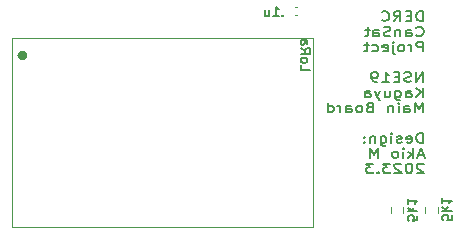
<source format=gbr>
%TF.GenerationSoftware,KiCad,Pcbnew,(6.0.4)*%
%TF.CreationDate,2023-03-27T11:43:34+09:00*%
%TF.ProjectId,kaguya-elec,6b616775-7961-42d6-956c-65632e6b6963,rev?*%
%TF.SameCoordinates,Original*%
%TF.FileFunction,Legend,Bot*%
%TF.FilePolarity,Positive*%
%FSLAX46Y46*%
G04 Gerber Fmt 4.6, Leading zero omitted, Abs format (unit mm)*
G04 Created by KiCad (PCBNEW (6.0.4)) date 2023-03-27 11:43:34*
%MOMM*%
%LPD*%
G01*
G04 APERTURE LIST*
%ADD10C,0.150000*%
%ADD11C,0.120000*%
%ADD12C,0.420555*%
G04 APERTURE END LIST*
D10*
X211664404Y-127071904D02*
X211664404Y-126271904D01*
X211426309Y-126271904D01*
X211283452Y-126310000D01*
X211188214Y-126386190D01*
X211140595Y-126462380D01*
X211092976Y-126614761D01*
X211092976Y-126729047D01*
X211140595Y-126881428D01*
X211188214Y-126957619D01*
X211283452Y-127033809D01*
X211426309Y-127071904D01*
X211664404Y-127071904D01*
X210664404Y-126652857D02*
X210331071Y-126652857D01*
X210188214Y-127071904D02*
X210664404Y-127071904D01*
X210664404Y-126271904D01*
X210188214Y-126271904D01*
X209188214Y-127071904D02*
X209521547Y-126690952D01*
X209759642Y-127071904D02*
X209759642Y-126271904D01*
X209378690Y-126271904D01*
X209283452Y-126310000D01*
X209235833Y-126348095D01*
X209188214Y-126424285D01*
X209188214Y-126538571D01*
X209235833Y-126614761D01*
X209283452Y-126652857D01*
X209378690Y-126690952D01*
X209759642Y-126690952D01*
X208188214Y-126995714D02*
X208235833Y-127033809D01*
X208378690Y-127071904D01*
X208473928Y-127071904D01*
X208616785Y-127033809D01*
X208712023Y-126957619D01*
X208759642Y-126881428D01*
X208807261Y-126729047D01*
X208807261Y-126614761D01*
X208759642Y-126462380D01*
X208712023Y-126386190D01*
X208616785Y-126310000D01*
X208473928Y-126271904D01*
X208378690Y-126271904D01*
X208235833Y-126310000D01*
X208188214Y-126348095D01*
X211092976Y-128283714D02*
X211140595Y-128321809D01*
X211283452Y-128359904D01*
X211378690Y-128359904D01*
X211521547Y-128321809D01*
X211616785Y-128245619D01*
X211664404Y-128169428D01*
X211712023Y-128017047D01*
X211712023Y-127902761D01*
X211664404Y-127750380D01*
X211616785Y-127674190D01*
X211521547Y-127598000D01*
X211378690Y-127559904D01*
X211283452Y-127559904D01*
X211140595Y-127598000D01*
X211092976Y-127636095D01*
X210235833Y-128359904D02*
X210235833Y-127940857D01*
X210283452Y-127864666D01*
X210378690Y-127826571D01*
X210569166Y-127826571D01*
X210664404Y-127864666D01*
X210235833Y-128321809D02*
X210331071Y-128359904D01*
X210569166Y-128359904D01*
X210664404Y-128321809D01*
X210712023Y-128245619D01*
X210712023Y-128169428D01*
X210664404Y-128093238D01*
X210569166Y-128055142D01*
X210331071Y-128055142D01*
X210235833Y-128017047D01*
X209759642Y-127826571D02*
X209759642Y-128359904D01*
X209759642Y-127902761D02*
X209712023Y-127864666D01*
X209616785Y-127826571D01*
X209473928Y-127826571D01*
X209378690Y-127864666D01*
X209331071Y-127940857D01*
X209331071Y-128359904D01*
X208902500Y-128321809D02*
X208759642Y-128359904D01*
X208521547Y-128359904D01*
X208426309Y-128321809D01*
X208378690Y-128283714D01*
X208331071Y-128207523D01*
X208331071Y-128131333D01*
X208378690Y-128055142D01*
X208426309Y-128017047D01*
X208521547Y-127978952D01*
X208712023Y-127940857D01*
X208807261Y-127902761D01*
X208854880Y-127864666D01*
X208902500Y-127788476D01*
X208902500Y-127712285D01*
X208854880Y-127636095D01*
X208807261Y-127598000D01*
X208712023Y-127559904D01*
X208473928Y-127559904D01*
X208331071Y-127598000D01*
X207473928Y-128359904D02*
X207473928Y-127940857D01*
X207521547Y-127864666D01*
X207616785Y-127826571D01*
X207807261Y-127826571D01*
X207902500Y-127864666D01*
X207473928Y-128321809D02*
X207569166Y-128359904D01*
X207807261Y-128359904D01*
X207902500Y-128321809D01*
X207950119Y-128245619D01*
X207950119Y-128169428D01*
X207902500Y-128093238D01*
X207807261Y-128055142D01*
X207569166Y-128055142D01*
X207473928Y-128017047D01*
X207140595Y-127826571D02*
X206759642Y-127826571D01*
X206997738Y-127559904D02*
X206997738Y-128245619D01*
X206950119Y-128321809D01*
X206854880Y-128359904D01*
X206759642Y-128359904D01*
X211664404Y-129647904D02*
X211664404Y-128847904D01*
X211283452Y-128847904D01*
X211188214Y-128886000D01*
X211140595Y-128924095D01*
X211092976Y-129000285D01*
X211092976Y-129114571D01*
X211140595Y-129190761D01*
X211188214Y-129228857D01*
X211283452Y-129266952D01*
X211664404Y-129266952D01*
X210664404Y-129647904D02*
X210664404Y-129114571D01*
X210664404Y-129266952D02*
X210616785Y-129190761D01*
X210569166Y-129152666D01*
X210473928Y-129114571D01*
X210378690Y-129114571D01*
X209902500Y-129647904D02*
X209997738Y-129609809D01*
X210045357Y-129571714D01*
X210092976Y-129495523D01*
X210092976Y-129266952D01*
X210045357Y-129190761D01*
X209997738Y-129152666D01*
X209902500Y-129114571D01*
X209759642Y-129114571D01*
X209664404Y-129152666D01*
X209616785Y-129190761D01*
X209569166Y-129266952D01*
X209569166Y-129495523D01*
X209616785Y-129571714D01*
X209664404Y-129609809D01*
X209759642Y-129647904D01*
X209902500Y-129647904D01*
X209140595Y-129114571D02*
X209140595Y-129800285D01*
X209188214Y-129876476D01*
X209283452Y-129914571D01*
X209331071Y-129914571D01*
X209140595Y-128847904D02*
X209188214Y-128886000D01*
X209140595Y-128924095D01*
X209092976Y-128886000D01*
X209140595Y-128847904D01*
X209140595Y-128924095D01*
X208283452Y-129609809D02*
X208378690Y-129647904D01*
X208569166Y-129647904D01*
X208664404Y-129609809D01*
X208712023Y-129533619D01*
X208712023Y-129228857D01*
X208664404Y-129152666D01*
X208569166Y-129114571D01*
X208378690Y-129114571D01*
X208283452Y-129152666D01*
X208235833Y-129228857D01*
X208235833Y-129305047D01*
X208712023Y-129381238D01*
X207378690Y-129609809D02*
X207473928Y-129647904D01*
X207664404Y-129647904D01*
X207759642Y-129609809D01*
X207807261Y-129571714D01*
X207854880Y-129495523D01*
X207854880Y-129266952D01*
X207807261Y-129190761D01*
X207759642Y-129152666D01*
X207664404Y-129114571D01*
X207473928Y-129114571D01*
X207378690Y-129152666D01*
X207092976Y-129114571D02*
X206712023Y-129114571D01*
X206950119Y-128847904D02*
X206950119Y-129533619D01*
X206902500Y-129609809D01*
X206807261Y-129647904D01*
X206712023Y-129647904D01*
X211664404Y-132223904D02*
X211664404Y-131423904D01*
X211092976Y-132223904D01*
X211092976Y-131423904D01*
X210664404Y-132185809D02*
X210521547Y-132223904D01*
X210283452Y-132223904D01*
X210188214Y-132185809D01*
X210140595Y-132147714D01*
X210092976Y-132071523D01*
X210092976Y-131995333D01*
X210140595Y-131919142D01*
X210188214Y-131881047D01*
X210283452Y-131842952D01*
X210473928Y-131804857D01*
X210569166Y-131766761D01*
X210616785Y-131728666D01*
X210664404Y-131652476D01*
X210664404Y-131576285D01*
X210616785Y-131500095D01*
X210569166Y-131462000D01*
X210473928Y-131423904D01*
X210235833Y-131423904D01*
X210092976Y-131462000D01*
X209664404Y-131804857D02*
X209331071Y-131804857D01*
X209188214Y-132223904D02*
X209664404Y-132223904D01*
X209664404Y-131423904D01*
X209188214Y-131423904D01*
X208235833Y-132223904D02*
X208807261Y-132223904D01*
X208521547Y-132223904D02*
X208521547Y-131423904D01*
X208616785Y-131538190D01*
X208712023Y-131614380D01*
X208807261Y-131652476D01*
X207759642Y-132223904D02*
X207569166Y-132223904D01*
X207473928Y-132185809D01*
X207426309Y-132147714D01*
X207331071Y-132033428D01*
X207283452Y-131881047D01*
X207283452Y-131576285D01*
X207331071Y-131500095D01*
X207378690Y-131462000D01*
X207473928Y-131423904D01*
X207664404Y-131423904D01*
X207759642Y-131462000D01*
X207807261Y-131500095D01*
X207854880Y-131576285D01*
X207854880Y-131766761D01*
X207807261Y-131842952D01*
X207759642Y-131881047D01*
X207664404Y-131919142D01*
X207473928Y-131919142D01*
X207378690Y-131881047D01*
X207331071Y-131842952D01*
X207283452Y-131766761D01*
X211664404Y-133511904D02*
X211664404Y-132711904D01*
X211092976Y-133511904D02*
X211521547Y-133054761D01*
X211092976Y-132711904D02*
X211664404Y-133169047D01*
X210235833Y-133511904D02*
X210235833Y-133092857D01*
X210283452Y-133016666D01*
X210378690Y-132978571D01*
X210569166Y-132978571D01*
X210664404Y-133016666D01*
X210235833Y-133473809D02*
X210331071Y-133511904D01*
X210569166Y-133511904D01*
X210664404Y-133473809D01*
X210712023Y-133397619D01*
X210712023Y-133321428D01*
X210664404Y-133245238D01*
X210569166Y-133207142D01*
X210331071Y-133207142D01*
X210235833Y-133169047D01*
X209331071Y-132978571D02*
X209331071Y-133626190D01*
X209378690Y-133702380D01*
X209426309Y-133740476D01*
X209521547Y-133778571D01*
X209664404Y-133778571D01*
X209759642Y-133740476D01*
X209331071Y-133473809D02*
X209426309Y-133511904D01*
X209616785Y-133511904D01*
X209712023Y-133473809D01*
X209759642Y-133435714D01*
X209807261Y-133359523D01*
X209807261Y-133130952D01*
X209759642Y-133054761D01*
X209712023Y-133016666D01*
X209616785Y-132978571D01*
X209426309Y-132978571D01*
X209331071Y-133016666D01*
X208426309Y-132978571D02*
X208426309Y-133511904D01*
X208854880Y-132978571D02*
X208854880Y-133397619D01*
X208807261Y-133473809D01*
X208712023Y-133511904D01*
X208569166Y-133511904D01*
X208473928Y-133473809D01*
X208426309Y-133435714D01*
X208045357Y-132978571D02*
X207807261Y-133511904D01*
X207569166Y-132978571D02*
X207807261Y-133511904D01*
X207902500Y-133702380D01*
X207950119Y-133740476D01*
X208045357Y-133778571D01*
X206759642Y-133511904D02*
X206759642Y-133092857D01*
X206807261Y-133016666D01*
X206902500Y-132978571D01*
X207092976Y-132978571D01*
X207188214Y-133016666D01*
X206759642Y-133473809D02*
X206854880Y-133511904D01*
X207092976Y-133511904D01*
X207188214Y-133473809D01*
X207235833Y-133397619D01*
X207235833Y-133321428D01*
X207188214Y-133245238D01*
X207092976Y-133207142D01*
X206854880Y-133207142D01*
X206759642Y-133169047D01*
X211664404Y-134799904D02*
X211664404Y-133999904D01*
X211331071Y-134571333D01*
X210997738Y-133999904D01*
X210997738Y-134799904D01*
X210092976Y-134799904D02*
X210092976Y-134380857D01*
X210140595Y-134304666D01*
X210235833Y-134266571D01*
X210426309Y-134266571D01*
X210521547Y-134304666D01*
X210092976Y-134761809D02*
X210188214Y-134799904D01*
X210426309Y-134799904D01*
X210521547Y-134761809D01*
X210569166Y-134685619D01*
X210569166Y-134609428D01*
X210521547Y-134533238D01*
X210426309Y-134495142D01*
X210188214Y-134495142D01*
X210092976Y-134457047D01*
X209616785Y-134799904D02*
X209616785Y-134266571D01*
X209616785Y-133999904D02*
X209664404Y-134038000D01*
X209616785Y-134076095D01*
X209569166Y-134038000D01*
X209616785Y-133999904D01*
X209616785Y-134076095D01*
X209140595Y-134266571D02*
X209140595Y-134799904D01*
X209140595Y-134342761D02*
X209092976Y-134304666D01*
X208997738Y-134266571D01*
X208854880Y-134266571D01*
X208759642Y-134304666D01*
X208712023Y-134380857D01*
X208712023Y-134799904D01*
X207140595Y-134380857D02*
X206997738Y-134418952D01*
X206950119Y-134457047D01*
X206902500Y-134533238D01*
X206902500Y-134647523D01*
X206950119Y-134723714D01*
X206997738Y-134761809D01*
X207092976Y-134799904D01*
X207473928Y-134799904D01*
X207473928Y-133999904D01*
X207140595Y-133999904D01*
X207045357Y-134038000D01*
X206997738Y-134076095D01*
X206950119Y-134152285D01*
X206950119Y-134228476D01*
X206997738Y-134304666D01*
X207045357Y-134342761D01*
X207140595Y-134380857D01*
X207473928Y-134380857D01*
X206331071Y-134799904D02*
X206426309Y-134761809D01*
X206473928Y-134723714D01*
X206521547Y-134647523D01*
X206521547Y-134418952D01*
X206473928Y-134342761D01*
X206426309Y-134304666D01*
X206331071Y-134266571D01*
X206188214Y-134266571D01*
X206092976Y-134304666D01*
X206045357Y-134342761D01*
X205997738Y-134418952D01*
X205997738Y-134647523D01*
X206045357Y-134723714D01*
X206092976Y-134761809D01*
X206188214Y-134799904D01*
X206331071Y-134799904D01*
X205140595Y-134799904D02*
X205140595Y-134380857D01*
X205188214Y-134304666D01*
X205283452Y-134266571D01*
X205473928Y-134266571D01*
X205569166Y-134304666D01*
X205140595Y-134761809D02*
X205235833Y-134799904D01*
X205473928Y-134799904D01*
X205569166Y-134761809D01*
X205616785Y-134685619D01*
X205616785Y-134609428D01*
X205569166Y-134533238D01*
X205473928Y-134495142D01*
X205235833Y-134495142D01*
X205140595Y-134457047D01*
X204664404Y-134799904D02*
X204664404Y-134266571D01*
X204664404Y-134418952D02*
X204616785Y-134342761D01*
X204569166Y-134304666D01*
X204473928Y-134266571D01*
X204378690Y-134266571D01*
X203616785Y-134799904D02*
X203616785Y-133999904D01*
X203616785Y-134761809D02*
X203712023Y-134799904D01*
X203902500Y-134799904D01*
X203997738Y-134761809D01*
X204045357Y-134723714D01*
X204092976Y-134647523D01*
X204092976Y-134418952D01*
X204045357Y-134342761D01*
X203997738Y-134304666D01*
X203902500Y-134266571D01*
X203712023Y-134266571D01*
X203616785Y-134304666D01*
X211664404Y-137375904D02*
X211664404Y-136575904D01*
X211426309Y-136575904D01*
X211283452Y-136614000D01*
X211188214Y-136690190D01*
X211140595Y-136766380D01*
X211092976Y-136918761D01*
X211092976Y-137033047D01*
X211140595Y-137185428D01*
X211188214Y-137261619D01*
X211283452Y-137337809D01*
X211426309Y-137375904D01*
X211664404Y-137375904D01*
X210283452Y-137337809D02*
X210378690Y-137375904D01*
X210569166Y-137375904D01*
X210664404Y-137337809D01*
X210712023Y-137261619D01*
X210712023Y-136956857D01*
X210664404Y-136880666D01*
X210569166Y-136842571D01*
X210378690Y-136842571D01*
X210283452Y-136880666D01*
X210235833Y-136956857D01*
X210235833Y-137033047D01*
X210712023Y-137109238D01*
X209854880Y-137337809D02*
X209759642Y-137375904D01*
X209569166Y-137375904D01*
X209473928Y-137337809D01*
X209426309Y-137261619D01*
X209426309Y-137223523D01*
X209473928Y-137147333D01*
X209569166Y-137109238D01*
X209712023Y-137109238D01*
X209807261Y-137071142D01*
X209854880Y-136994952D01*
X209854880Y-136956857D01*
X209807261Y-136880666D01*
X209712023Y-136842571D01*
X209569166Y-136842571D01*
X209473928Y-136880666D01*
X208997738Y-137375904D02*
X208997738Y-136842571D01*
X208997738Y-136575904D02*
X209045357Y-136614000D01*
X208997738Y-136652095D01*
X208950119Y-136614000D01*
X208997738Y-136575904D01*
X208997738Y-136652095D01*
X208092976Y-136842571D02*
X208092976Y-137490190D01*
X208140595Y-137566380D01*
X208188214Y-137604476D01*
X208283452Y-137642571D01*
X208426309Y-137642571D01*
X208521547Y-137604476D01*
X208092976Y-137337809D02*
X208188214Y-137375904D01*
X208378690Y-137375904D01*
X208473928Y-137337809D01*
X208521547Y-137299714D01*
X208569166Y-137223523D01*
X208569166Y-136994952D01*
X208521547Y-136918761D01*
X208473928Y-136880666D01*
X208378690Y-136842571D01*
X208188214Y-136842571D01*
X208092976Y-136880666D01*
X207616785Y-136842571D02*
X207616785Y-137375904D01*
X207616785Y-136918761D02*
X207569166Y-136880666D01*
X207473928Y-136842571D01*
X207331071Y-136842571D01*
X207235833Y-136880666D01*
X207188214Y-136956857D01*
X207188214Y-137375904D01*
X206712023Y-137299714D02*
X206664404Y-137337809D01*
X206712023Y-137375904D01*
X206759642Y-137337809D01*
X206712023Y-137299714D01*
X206712023Y-137375904D01*
X206712023Y-136880666D02*
X206664404Y-136918761D01*
X206712023Y-136956857D01*
X206759642Y-136918761D01*
X206712023Y-136880666D01*
X206712023Y-136956857D01*
X211712023Y-138435333D02*
X211235833Y-138435333D01*
X211807261Y-138663904D02*
X211473928Y-137863904D01*
X211140595Y-138663904D01*
X210807261Y-138663904D02*
X210807261Y-137863904D01*
X210712023Y-138359142D02*
X210426309Y-138663904D01*
X210426309Y-138130571D02*
X210807261Y-138435333D01*
X209997738Y-138663904D02*
X209997738Y-138130571D01*
X209997738Y-137863904D02*
X210045357Y-137902000D01*
X209997738Y-137940095D01*
X209950119Y-137902000D01*
X209997738Y-137863904D01*
X209997738Y-137940095D01*
X209378690Y-138663904D02*
X209473928Y-138625809D01*
X209521547Y-138587714D01*
X209569166Y-138511523D01*
X209569166Y-138282952D01*
X209521547Y-138206761D01*
X209473928Y-138168666D01*
X209378690Y-138130571D01*
X209235833Y-138130571D01*
X209140595Y-138168666D01*
X209092976Y-138206761D01*
X209045357Y-138282952D01*
X209045357Y-138511523D01*
X209092976Y-138587714D01*
X209140595Y-138625809D01*
X209235833Y-138663904D01*
X209378690Y-138663904D01*
X207854880Y-138663904D02*
X207854880Y-137863904D01*
X207521547Y-138435333D01*
X207188214Y-137863904D01*
X207188214Y-138663904D01*
X211712023Y-139228095D02*
X211664404Y-139190000D01*
X211569166Y-139151904D01*
X211331071Y-139151904D01*
X211235833Y-139190000D01*
X211188214Y-139228095D01*
X211140595Y-139304285D01*
X211140595Y-139380476D01*
X211188214Y-139494761D01*
X211759642Y-139951904D01*
X211140595Y-139951904D01*
X210521547Y-139151904D02*
X210426309Y-139151904D01*
X210331071Y-139190000D01*
X210283452Y-139228095D01*
X210235833Y-139304285D01*
X210188214Y-139456666D01*
X210188214Y-139647142D01*
X210235833Y-139799523D01*
X210283452Y-139875714D01*
X210331071Y-139913809D01*
X210426309Y-139951904D01*
X210521547Y-139951904D01*
X210616785Y-139913809D01*
X210664404Y-139875714D01*
X210712023Y-139799523D01*
X210759642Y-139647142D01*
X210759642Y-139456666D01*
X210712023Y-139304285D01*
X210664404Y-139228095D01*
X210616785Y-139190000D01*
X210521547Y-139151904D01*
X209807261Y-139228095D02*
X209759642Y-139190000D01*
X209664404Y-139151904D01*
X209426309Y-139151904D01*
X209331071Y-139190000D01*
X209283452Y-139228095D01*
X209235833Y-139304285D01*
X209235833Y-139380476D01*
X209283452Y-139494761D01*
X209854880Y-139951904D01*
X209235833Y-139951904D01*
X208902500Y-139151904D02*
X208283452Y-139151904D01*
X208616785Y-139456666D01*
X208473928Y-139456666D01*
X208378690Y-139494761D01*
X208331071Y-139532857D01*
X208283452Y-139609047D01*
X208283452Y-139799523D01*
X208331071Y-139875714D01*
X208378690Y-139913809D01*
X208473928Y-139951904D01*
X208759642Y-139951904D01*
X208854880Y-139913809D01*
X208902500Y-139875714D01*
X207854880Y-139875714D02*
X207807261Y-139913809D01*
X207854880Y-139951904D01*
X207902500Y-139913809D01*
X207854880Y-139875714D01*
X207854880Y-139951904D01*
X207473928Y-139151904D02*
X206854880Y-139151904D01*
X207188214Y-139456666D01*
X207045357Y-139456666D01*
X206950119Y-139494761D01*
X206902500Y-139532857D01*
X206854880Y-139609047D01*
X206854880Y-139799523D01*
X206902500Y-139875714D01*
X206950119Y-139913809D01*
X207045357Y-139951904D01*
X207331071Y-139951904D01*
X207426309Y-139913809D01*
X207473928Y-139875714D01*
%TO.C,C18*%
X199792857Y-126585714D02*
X199754761Y-126623809D01*
X199792857Y-126661904D01*
X199830952Y-126623809D01*
X199792857Y-126585714D01*
X199792857Y-126661904D01*
X198992857Y-126661904D02*
X199450000Y-126661904D01*
X199221428Y-126661904D02*
X199221428Y-125861904D01*
X199297619Y-125976190D01*
X199373809Y-126052380D01*
X199450000Y-126090476D01*
X198307142Y-126128571D02*
X198307142Y-126661904D01*
X198650000Y-126128571D02*
X198650000Y-126547619D01*
X198611904Y-126623809D01*
X198535714Y-126661904D01*
X198421428Y-126661904D01*
X198345238Y-126623809D01*
X198307142Y-126585714D01*
%TO.C,R5*%
X211188095Y-143564285D02*
X211188095Y-143945238D01*
X210807142Y-143983333D01*
X210845238Y-143945238D01*
X210883333Y-143869047D01*
X210883333Y-143678571D01*
X210845238Y-143602380D01*
X210807142Y-143564285D01*
X210730952Y-143526190D01*
X210540476Y-143526190D01*
X210464285Y-143564285D01*
X210426190Y-143602380D01*
X210388095Y-143678571D01*
X210388095Y-143869047D01*
X210426190Y-143945238D01*
X210464285Y-143983333D01*
X210388095Y-143183333D02*
X211188095Y-143183333D01*
X210692857Y-143107142D02*
X210388095Y-142878571D01*
X210921428Y-142878571D02*
X210616666Y-143183333D01*
X210388095Y-142116666D02*
X210388095Y-142573809D01*
X210388095Y-142345238D02*
X211188095Y-142345238D01*
X211073809Y-142421428D01*
X210997619Y-142497619D01*
X210959523Y-142573809D01*
%TO.C,U2*%
X201338095Y-130826190D02*
X201338095Y-131207142D01*
X202138095Y-131207142D01*
X201338095Y-130445238D02*
X201376190Y-130521428D01*
X201414285Y-130559523D01*
X201490476Y-130597619D01*
X201719047Y-130597619D01*
X201795238Y-130559523D01*
X201833333Y-130521428D01*
X201871428Y-130445238D01*
X201871428Y-130330952D01*
X201833333Y-130254761D01*
X201795238Y-130216666D01*
X201719047Y-130178571D01*
X201490476Y-130178571D01*
X201414285Y-130216666D01*
X201376190Y-130254761D01*
X201338095Y-130330952D01*
X201338095Y-130445238D01*
X201338095Y-129378571D02*
X201719047Y-129645238D01*
X201338095Y-129835714D02*
X202138095Y-129835714D01*
X202138095Y-129530952D01*
X202100000Y-129454761D01*
X202061904Y-129416666D01*
X201985714Y-129378571D01*
X201871428Y-129378571D01*
X201795238Y-129416666D01*
X201757142Y-129454761D01*
X201719047Y-129530952D01*
X201719047Y-129835714D01*
X201338095Y-128692857D02*
X201757142Y-128692857D01*
X201833333Y-128730952D01*
X201871428Y-128807142D01*
X201871428Y-128959523D01*
X201833333Y-129035714D01*
X201376190Y-128692857D02*
X201338095Y-128769047D01*
X201338095Y-128959523D01*
X201376190Y-129035714D01*
X201452380Y-129073809D01*
X201528571Y-129073809D01*
X201604761Y-129035714D01*
X201642857Y-128959523D01*
X201642857Y-128769047D01*
X201680952Y-128692857D01*
%TO.C,R6*%
X214088095Y-143514285D02*
X214088095Y-143895238D01*
X213707142Y-143933333D01*
X213745238Y-143895238D01*
X213783333Y-143819047D01*
X213783333Y-143628571D01*
X213745238Y-143552380D01*
X213707142Y-143514285D01*
X213630952Y-143476190D01*
X213440476Y-143476190D01*
X213364285Y-143514285D01*
X213326190Y-143552380D01*
X213288095Y-143628571D01*
X213288095Y-143819047D01*
X213326190Y-143895238D01*
X213364285Y-143933333D01*
X213288095Y-143133333D02*
X214088095Y-143133333D01*
X213592857Y-143057142D02*
X213288095Y-142828571D01*
X213821428Y-142828571D02*
X213516666Y-143133333D01*
X213288095Y-142066666D02*
X213288095Y-142523809D01*
X213288095Y-142295238D02*
X214088095Y-142295238D01*
X213973809Y-142371428D01*
X213897619Y-142447619D01*
X213859523Y-142523809D01*
D11*
%TO.C,C18*%
X200792164Y-125890000D02*
X201007836Y-125890000D01*
X200792164Y-126610000D02*
X201007836Y-126610000D01*
%TO.C,R5*%
X209992500Y-142862742D02*
X209992500Y-143337258D01*
X208947500Y-142862742D02*
X208947500Y-143337258D01*
%TO.C,U2*%
X202350000Y-144500000D02*
X176850000Y-144500000D01*
X176850000Y-144500000D02*
X176850000Y-128500000D01*
X176850000Y-128500000D02*
X202350000Y-128500000D01*
X202350000Y-128500000D02*
X202350000Y-144500000D01*
D12*
X177960277Y-130000000D02*
G75*
G03*
X177960277Y-130000000I-210277J0D01*
G01*
D11*
%TO.C,R6*%
X212922500Y-142837742D02*
X212922500Y-143312258D01*
X211877500Y-142837742D02*
X211877500Y-143312258D01*
%TD*%
M02*

</source>
